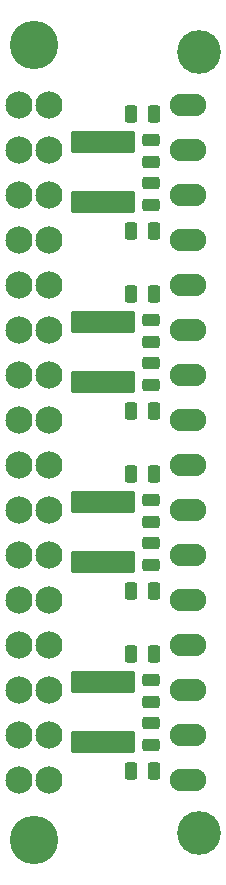
<source format=gbr>
G04 #@! TF.GenerationSoftware,KiCad,Pcbnew,(5.99.0-7355-g8781ce7efb)*
G04 #@! TF.CreationDate,2021-03-09T10:35:05+01:00*
G04 #@! TF.ProjectId,NI9217Filter,4e493932-3137-4466-996c-7465722e6b69,rev?*
G04 #@! TF.SameCoordinates,Original*
G04 #@! TF.FileFunction,Soldermask,Bot*
G04 #@! TF.FilePolarity,Negative*
%FSLAX46Y46*%
G04 Gerber Fmt 4.6, Leading zero omitted, Abs format (unit mm)*
G04 Created by KiCad (PCBNEW (5.99.0-7355-g8781ce7efb)) date 2021-03-09 10:35:05*
%MOMM*%
%LPD*%
G01*
G04 APERTURE LIST*
G04 Aperture macros list*
%AMRoundRect*
0 Rectangle with rounded corners*
0 $1 Rounding radius*
0 $2 $3 $4 $5 $6 $7 $8 $9 X,Y pos of 4 corners*
0 Add a 4 corners polygon primitive as box body*
4,1,4,$2,$3,$4,$5,$6,$7,$8,$9,$2,$3,0*
0 Add four circle primitives for the rounded corners*
1,1,$1+$1,$2,$3,0*
1,1,$1+$1,$4,$5,0*
1,1,$1+$1,$6,$7,0*
1,1,$1+$1,$8,$9,0*
0 Add four rect primitives between the rounded corners*
20,1,$1+$1,$2,$3,$4,$5,0*
20,1,$1+$1,$4,$5,$6,$7,0*
20,1,$1+$1,$6,$7,$8,$9,0*
20,1,$1+$1,$8,$9,$2,$3,0*%
G04 Aperture macros list end*
%ADD10O,3.102000X1.902000*%
%ADD11C,3.702000*%
%ADD12C,2.302000*%
%ADD13C,4.102000*%
%ADD14RoundRect,0.269250X0.269250X0.481750X-0.269250X0.481750X-0.269250X-0.481750X0.269250X-0.481750X0*%
%ADD15RoundRect,0.269250X0.481750X-0.269250X0.481750X0.269250X-0.481750X0.269250X-0.481750X-0.269250X0*%
%ADD16RoundRect,0.264167X2.486833X-0.686833X2.486833X0.686833X-2.486833X0.686833X-2.486833X-0.686833X0*%
G04 APERTURE END LIST*
D10*
X150865000Y-130175000D03*
X150865000Y-126365000D03*
X150865000Y-122555000D03*
X150865000Y-118745000D03*
X150865000Y-114935000D03*
X150865000Y-111125000D03*
X150865000Y-107315000D03*
X150865000Y-103505000D03*
X150865000Y-99695000D03*
X150865000Y-95885000D03*
X150865000Y-92075000D03*
X150865000Y-88265000D03*
X150865000Y-84455000D03*
X150865000Y-80645000D03*
X150865000Y-76835000D03*
X150865000Y-73025000D03*
D11*
X151765000Y-134675000D03*
X151765000Y-68525000D03*
D12*
X136525000Y-103505000D03*
X139065000Y-103505000D03*
X136525000Y-107315000D03*
X139065000Y-107315000D03*
X136525000Y-111125000D03*
X139065000Y-111125000D03*
X136525000Y-114935000D03*
X139065000Y-114935000D03*
X136525000Y-118745000D03*
X139065000Y-118745000D03*
X136525000Y-122555000D03*
X139065000Y-122555000D03*
X136525000Y-126365000D03*
X139065000Y-126365000D03*
X136525000Y-130175000D03*
X139065000Y-130175000D03*
X136525000Y-73025000D03*
X139065000Y-73025000D03*
X136525000Y-76835000D03*
X139065000Y-76835000D03*
X136525000Y-80645000D03*
X139065000Y-80645000D03*
X136525000Y-84455000D03*
X139065000Y-84455000D03*
X136525000Y-88265000D03*
X139065000Y-88265000D03*
X136525000Y-92075000D03*
X139065000Y-92075000D03*
X136525000Y-95885000D03*
X139065000Y-95885000D03*
X136525000Y-99695000D03*
X139065000Y-99695000D03*
D13*
X137795000Y-135255000D03*
X137795000Y-67945000D03*
D14*
X147925000Y-129413000D03*
X146050000Y-129413000D03*
D15*
X147701000Y-127224000D03*
X147701000Y-125349000D03*
X147701000Y-123571000D03*
X147701000Y-121696000D03*
D16*
X143637000Y-127010000D03*
X143637000Y-121910000D03*
X143637000Y-111770000D03*
X143637000Y-106670000D03*
D14*
X147925000Y-119507000D03*
X146050000Y-119507000D03*
X147925000Y-114173000D03*
X146050000Y-114173000D03*
X147925000Y-104267000D03*
X146050000Y-104267000D03*
D15*
X147701000Y-108331000D03*
X147701000Y-106456000D03*
X147701000Y-111984000D03*
X147701000Y-110109000D03*
D16*
X143637000Y-96530000D03*
X143637000Y-91430000D03*
D14*
X147925000Y-98933000D03*
X146050000Y-98933000D03*
X147925000Y-89027000D03*
X146050000Y-89027000D03*
D15*
X147701000Y-93091000D03*
X147701000Y-91216000D03*
X147701000Y-81504000D03*
X147701000Y-79629000D03*
X147701000Y-77851000D03*
X147701000Y-75976000D03*
X147701000Y-96744000D03*
X147701000Y-94869000D03*
D14*
X147925000Y-83693000D03*
X146050000Y-83693000D03*
D16*
X143637000Y-81290000D03*
X143637000Y-76190000D03*
D14*
X147925000Y-73787000D03*
X146050000Y-73787000D03*
M02*

</source>
